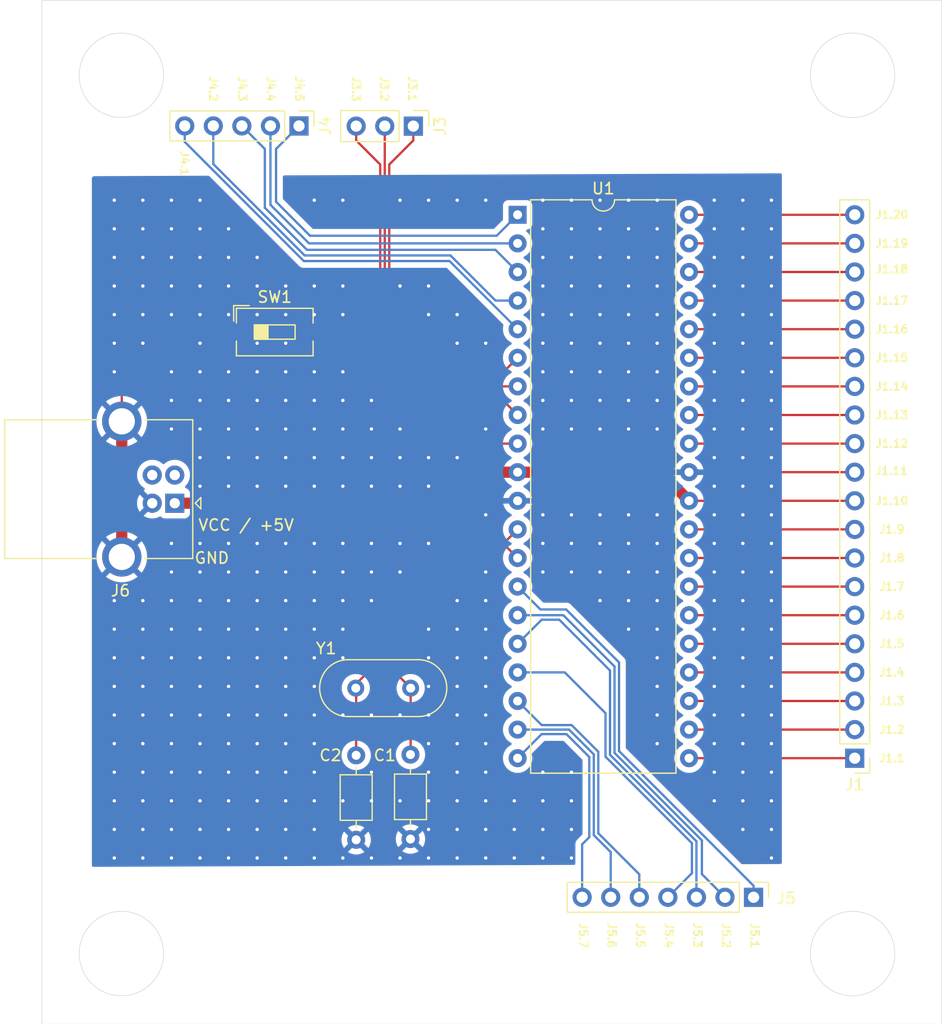
<source format=kicad_pcb>
(kicad_pcb (version 20241229) (generator "pcbnew") (generator_version "9.0")
  (layers (0 "F.Cu" signal) (2 "B.Cu" signal) (13 "F.Paste" user) (15 "B.Paste" user) (5 "F.SilkS" user "F.Silkscreen") (7 "B.SilkS" user "B.Silkscreen") (1 "F.Mask" user) (3 "B.Mask" user) (25 "Edge.Cuts" user))
  (net 0 "")
  (net 1 "Net-(J4-Pin_1)")
  (net 2 "Net-(J4-Pin_2)")
  (net 3 "Net-(J4-Pin_3)")
  (net 4 "Net-(J4-Pin_4)")
  (net 5 "Net-(J4-Pin_5)")
  (net 6 "+5V")
  (net 7 "GND")
  (net 8 "Net-(U1-XTAL2)")
  (net 9 "Net-(U1-XTAL1)")
  (net 10 "Net-(J5-Pin_1)")
  (net 11 "Net-(J5-Pin_2)")
  (net 12 "Net-(J5-Pin_3)")
  (net 13 "Net-(J5-Pin_4)")
  (net 14 "Net-(J5-Pin_5)")
  (net 15 "Net-(J5-Pin_6)")
  (net 16 "Net-(J5-Pin_7)")
  (net 17 "Net-(J1-Pin_9)")
  (net 18 "Net-(J1-Pin_8)")
  (net 19 "Net-(J1-Pin_7)")
  (net 20 "Net-(J1-Pin_6)")
  (net 21 "Net-(J1-Pin_5)")
  (net 22 "Net-(J1-Pin_4)")
  (net 23 "Net-(J1-Pin_3)")
  (net 24 "Net-(J1-Pin_2)")
  (net 25 "Net-(J1-Pin_1)")
  (net 26 "Net-(J1-Pin_12)")
  (net 27 "Net-(J1-Pin_13)")
  (net 28 "Net-(J1-Pin_14)")
  (net 29 "Net-(J1-Pin_15)")
  (net 30 "Net-(J1-Pin_16)")
  (net 31 "Net-(J1-Pin_17)")
  (net 32 "Net-(J1-Pin_18)")
  (net 33 "Net-(J1-Pin_19)")
  (net 34 "Net-(J1-Pin_20)")
  (net 37 "Net-(J3-Pin_1)")
  (net 38 "Net-(J3-Pin_2)")
  (net 39 "Net-(U1-~{RESET})")
  (net 40 "Net-(J3-Pin_3)")
  (footprint "Capacitor_THT:C_Axial_L3.8mm_D2.6mm_P7.50mm_Horizontal" (layer "F.Cu") (at 115.697 127.829 90)
    (property "Reference" "C1")
    (property "Value" "20p")
  )
  (footprint "Connector_USB:USB_B_OST_USB-B1HSxx_Horizontal" (layer "F.Cu") (at 94.742 98.004 180)
    (property "Reference" "J6")
    (property "Value" "USB_B")
  )
  (footprint "Connector_PinHeader_2.54mm:PinHeader_1x03_P2.54mm_Vertical" (layer "F.Cu") (at 115.951 64.516 -90)
    (property "Reference" "J3")
    (property "Value" "Conn_01x03")
  )
  (footprint "Connector_PinHeader_2.54mm:PinHeader_1x05_P2.54mm_Vertical" (layer "F.Cu") (at 105.79 64.5 -90)
    (property "Reference" "J4")
    (property "Value" "Conn_01x05")
  )
  (footprint "Crystal:Crystal_HC49-U_Vertical" (layer "F.Cu") (at 110.834 114.427)
    (property "Reference" "Y1")
    (property "Value" "16MHz")
  )
  (footprint "Connector_PinHeader_2.54mm:PinHeader_1x07_P2.54mm_Vertical" (layer "F.Cu") (at 146.2 133 -90)
    (property "Reference" "J5")
    (property "Value" "Conn_01x07" (hide yes))
  )
  (footprint "Button_Switch_SMD:SW_DIP_SPSTx01_Slide_6.7x4.1mm_W8.61mm_P2.54mm_LowProfile" (layer "F.Cu") (at 103.632 82.804)
    (property "Reference" "SW1")
    (property "Value" "SW_Push")
  )
  (footprint "Connector_PinHeader_2.54mm:PinHeader_1x20_P2.54mm_Vertical" (layer "F.Cu") (at 155.194 120.65 180)
    (property "Reference" "J1")
    (property "Value" "Conn_01x20")
  )
  (footprint "Capacitor_THT:C_Axial_L3.8mm_D2.6mm_P7.50mm_Horizontal" (layer "F.Cu") (at 110.871 127.896 90)
    (property "Reference" "C2")
    (property "Value" "20p")
  )
  (footprint "Package_DIP:DIP-40_W15.24mm" (layer "F.Cu") (at 125.222 72.39)
    (property "Reference" "U1")
    (property "Value" "ATmega32-16P")
  )
  (gr_circle (center 90 60) (end 93.750265 60) (stroke (width 0.05)) (fill no) (layer "Edge.Cuts"))
  (gr_circle (center 155 138) (end 158.750265 138) (stroke (width 0.05)) (fill no) (layer "Edge.Cuts"))
  (gr_rect (start 82.931 53.34) (end 162.941 144.272) (stroke (width 0.05)) (fill no) (layer "Edge.Cuts"))
  (gr_circle (center 155 60) (end 158.750265 60) (stroke (width 0.05)) (fill no) (layer "Edge.Cuts"))
  (gr_circle (center 90 138) (end 93.750265 138) (stroke (width 0.05)) (fill no) (layer "Edge.Cuts"))
  (gr_text "J1.2" (at 158.496 118.11 0) (layer "F.SilkS") (effects (font (size 0.7 0.7))))
  (gr_text "J3.1" (at 115.871 61.214 270) (layer "F.SilkS") (effects (font (size 0.7 0.7))))
  (gr_text "J1.3" (at 158.496 115.57 0) (layer "F.SilkS") (effects (font (size 0.7 0.7))))
  (gr_text "J1.8" (at 158.496 102.87 0) (layer "F.SilkS") (effects (font (size 0.7 0.7))))
  (gr_text "GND" (at 98.044 102.87 0) (layer "F.SilkS") (effects (font (size 1 1))))
  (gr_text "J5.7" (at 131.064 136.398 270) (layer "F.SilkS") (effects (font (size 0.7 0.7))))
  (gr_text "J1.19" (at 158.496 74.93 0) (layer "F.SilkS") (effects (font (size 0.7 0.7))))
  (gr_text "J1.14" (at 158.496 87.63 0) (layer "F.SilkS") (effects (font (size 0.7 0.7))))
  (gr_text "J3.2" (at 113.371 61.214 270) (layer "F.SilkS") (effects (font (size 0.7 0.7))))
  (gr_text "J5.5" (at 136.144 136.398 270) (layer "F.SilkS") (effects (font (size 0.7 0.7))))
  (gr_text "J1.16" (at 158.496 82.55 0) (layer "F.SilkS") (effects (font (size 0.7 0.7))))
  (gr_text "J1.15" (at 158.496 85.09 0) (layer "F.SilkS") (effects (font (size 0.7 0.7))))
  (gr_text "J1.13" (at 158.496 90.17 0) (layer "F.SilkS") (effects (font (size 0.7 0.7))))
  (gr_text "J5.2" (at 143.764 136.398 270) (layer "F.SilkS") (effects (font (size 0.7 0.7))))
  (gr_text "J5.4" (at 138.684 136.398 270) (layer "F.SilkS") (effects (font (size 0.7 0.7))))
  (gr_text "J1.20" (at 158.496 72.39 0) (layer "F.SilkS") (effects (font (size 0.7 0.7))))
  (gr_text "J4.1" (at 95.631 67.818 270) (layer "F.SilkS") (effects (font (size 0.7 0.7))))
  (gr_text "J5.1" (at 146.304 136.398 270) (layer "F.SilkS") (effects (font (size 0.7 0.7))))
  (gr_text "J1.1" (at 158.496 120.65 0) (layer "F.SilkS") (effects (font (size 0.7 0.7))))
  (gr_text "J1.17" (at 158.496 80.01 0) (layer "F.SilkS") (effects (font (size 0.7 0.7))))
  (gr_text "J1.5" (at 158.496 110.49 0) (layer "F.SilkS") (effects (font (size 0.7 0.7))))
  (gr_text "J1.12" (at 158.496 92.71 0) (layer "F.SilkS") (effects (font (size 0.7 0.7))))
  (gr_text "J1.11" (at 158.462582 95.131629 0) (layer "F.SilkS") (effects (font (size 0.7 0.7))))
  (gr_text "J4.4" (at 103.291 61.214 270) (layer "F.SilkS") (effects (font (size 0.7 0.7))))
  (gr_text "J4.5" (at 105.831 61.214 270) (layer "F.SilkS") (effects (font (size 0.7 0.7))))
  (gr_text "J1.18" (at 158.496 77.216 0) (layer "F.SilkS") (effects (font (size 0.7 0.7))))
  (gr_text "J1.6" (at 158.496 107.95 0) (layer "F.SilkS") (effects (font (size 0.7 0.7))))
  (gr_text "J3.3" (at 110.871 61.214 270) (layer "F.SilkS") (effects (font (size 0.7 0.7))))
  (gr_text "J5.3" (at 141.224 136.398 270) (layer "F.SilkS") (effects (font (size 0.7 0.7))))
  (gr_text "J1.10" (at 158.496 97.79 0) (layer "F.SilkS") (effects (font (size 0.7 0.7))))
  (gr_text "VCC / +5V" (at 101.092 99.949 0) (layer "F.SilkS") (effects (font (size 1 1))))
  (gr_text "J1.7" (at 158.496 105.41 0) (layer "F.SilkS") (effects (font (size 0.7 0.7))))
  (gr_text "J1.4" (at 158.496 113.03 0) (layer "F.SilkS") (effects (font (size 0.7 0.7))))
  (gr_text "J4.2" (at 98.171 61.214 270) (layer "F.SilkS") (effects (font (size 0.7 0.7))))
  (gr_text "J1.9" (at 158.496 100.33 0) (layer "F.SilkS") (effects (font (size 0.7 0.7))))
  (gr_text "J4.3" (at 100.751 61.214 270) (layer "F.SilkS") (effects (font (size 0.7 0.7))))
  (gr_text "J5.6" (at 133.604 136.398 270) (layer "F.SilkS") (effects (font (size 0.7 0.7))))
  (segment (start 123.362 74.25) (end 125.222 72.39) (width 0.2) (layer "B.Cu") (net 1))
  (segment (start 105.79 64.5) (end 103.75 66.54) (width 0.2) (layer "B.Cu") (net 1))
  (segment (start 103.75 66.54) (end 103.75 71.238) (width 0.2) (layer "B.Cu") (net 1))
  (segment (start 103.75 71.238) (end 106.762 74.25) (width 0.2) (layer "B.Cu") (net 1))
  (segment (start 106.762 74.25) (end 123.362 74.25) (width 0.2) (layer "B.Cu") (net 1))
  (segment (start 106.68 74.93) (end 125.222 74.93) (width 0.2) (layer "B.Cu") (net 2))
  (segment (start 103.25 64.5) (end 103.25 71.5) (width 0.2) (layer "B.Cu") (net 2))
  (segment (start 103.25 71.5) (end 106.68 74.93) (width 0.2) (layer "B.Cu") (net 2))
  (segment (start 123.252 75.5) (end 125.222 77.47) (width 0.2) (layer "B.Cu") (net 3))
  (segment (start 102.75 66.54) (end 102.75 71.762) (width 0.2) (layer "B.Cu") (net 3))
  (segment (start 100.71 64.5) (end 102.75 66.54) (width 0.2) (layer "B.Cu") (net 3))
  (segment (start 106.488 75.5) (end 123.252 75.5) (width 0.2) (layer "B.Cu") (net 3))
  (segment (start 102.75 71.762) (end 106.488 75.5) (width 0.2) (layer "B.Cu") (net 3))
  (segment (start 123.26 80.01) (end 125.222 80.01) (width 0.2) (layer "B.Cu") (net 4))
  (segment (start 119.25 76) (end 123.26 80.01) (width 0.2) (layer "B.Cu") (net 4))
  (segment (start 98.17 64.5) (end 98.17 67.8849) (width 0.2) (layer "B.Cu") (net 4))
  (segment (start 98.17 67.8849) (end 106.2851 76) (width 0.2) (layer "B.Cu") (net 4))
  (segment (start 106.2851 76) (end 119.25 76) (width 0.2) (layer "B.Cu") (net 4))
  (segment (start 106.218 76.5) (end 119.172 76.5) (width 0.2) (layer "B.Cu") (net 5))
  (segment (start 95.63 64.5) (end 95.63 65.912) (width 0.2) (layer "B.Cu") (net 5))
  (segment (start 95.63 65.912) (end 106.218 76.5) (width 0.2) (layer "B.Cu") (net 5))
  (segment (start 119.172 76.5) (end 125.222 82.55) (width 0.2) (layer "B.Cu") (net 5))
  (segment (start 120.436 98.004) (end 123.19 95.25) (width 1) (layer "F.Cu") (net 6))
  (segment (start 125.222 95.25) (end 137.922 95.25) (width 1) (layer "F.Cu") (net 6))
  (segment (start 123.19 95.25) (end 125.222 95.25) (width 1) (layer "F.Cu") (net 6))
  (segment (start 94.742 98.004) (end 120.436 98.004) (width 1) (layer "F.Cu") (net 6))
  (segment (start 137.922 95.25) (end 140.462 97.79) (width 1) (layer "F.Cu") (net 6))
  (segment (start 140.462 97.79) (end 155.194 97.79) (width 0.2) (layer "F.Cu") (net 6))
  (segment (start 95.11323 82.804) (end 90.032 87.88523) (width 0.2) (layer "F.Cu") (net 7))
  (segment (start 140.462 95.25) (end 155.194 95.25) (width 0.2) (layer "F.Cu") (net 7))
  (segment (start 90.032 87.88523) (end 90.032 90.734) (width 0.2) (layer "F.Cu") (net 7))
  (segment (start 99.327 82.804) (end 95.11323 82.804) (width 0.2) (layer "F.Cu") (net 7))
  (segment (start 90.032 90.734) (end 90.032 102.774) (width 1) (layer "F.Cu") (net 7))
  (via (at 102.067 121.895) (size 0.6) (drill 0.3) (layers "F.Cu" "B.Cu") (net 7))
  (via (at 147.787 121.895) (size 0.6) (drill 0.3) (layers "F.Cu" "B.Cu") (net 7))
  (via (at 142.707 73.635) (size 0.6) (drill 0.3) (layers "F.Cu" "B.Cu") (net 7))
  (via (at 127.467 88.875) (size 0.6) (drill 0.3) (layers "F.Cu" "B.Cu") (net 7))
  (via (at 102.067 104.115) (size 0.6) (drill 0.3) (layers "F.Cu" "B.Cu") (net 7))
  (via (at 102.067 109.195) (size 0.6) (drill 0.3) (layers "F.Cu" "B.Cu") (net 7))
  (via (at 114.767 71.095) (size 0.6) (drill 0.3) (layers "F.Cu" "B.Cu") (net 7))
  (via (at 94.447 78.715) (size 0.6) (drill 0.3) (layers "F.Cu" "B.Cu") (net 7))
  (via (at 89.367 129.515) (size 0.6) (drill 0.3) (layers "F.Cu" "B.Cu") (net 7))
  (via (at 99.527 114.275) (size 0.6) (drill 0.3) (layers "F.Cu" "B.Cu") (net 7))
  (via (at 109.687 124.435) (size 0.6) (drill 0.3) (layers "F.Cu" "B.Cu") (net 7))
  (via (at 147.787 114.275) (size 0.6) (drill 0.3) (layers "F.Cu" "B.Cu") (net 7))
  (via (at 145.247 73.635) (size 0.6) (drill 0.3) (layers "F.Cu" "B.Cu") (net 7))
  (via (at 114.767 93.955) (size 0.6) (drill 0.3) (layers "F.Cu" "B.Cu") (net 7))
  (via (at 145.247 76.175) (size 0.6) (drill 0.3) (layers "F.Cu" "B.Cu") (net 7))
  (via (at 109.687 101.575) (size 0.6) (drill 0.3) (layers "F.Cu" "B.Cu") (net 7))
  (via (at 145.247 121.895) (size 0.6) (drill 0.3) (layers "F.Cu" "B.Cu") (net 7))
  (via (at 137.627 88.875) (size 0.6) (drill 0.3) (layers "F.Cu" "B.Cu") (net 7))
  (via (at 147.787 129.515) (size 0.6) (drill 0.3) (layers "F.Cu" "B.Cu") (net 7))
  (via (at 99.527 111.735) (size 0.6) (drill 0.3) (layers "F.Cu" "B.Cu") (net 7))
  (via (at 99.527 106.655) (size 0.6) (drill 0.3) (layers "F.Cu" "B.Cu") (net 7))
  (via (at 89.367 86.335) (size 0.6) (drill 0.3) (layers "F.Cu" "B.Cu") (net 7))
  (via (at 137.627 71.095) (size 0.6) (drill 0.3) (layers "F.Cu" "B.Cu") (net 7))
  (via (at 107.147 119.355) (size 0.6) (drill 0.3) (layers "F.Cu" "B.Cu") (net 7))
  (via (at 130.007 91.415) (size 0.6) (drill 0.3) (layers "F.Cu" "B.Cu") (net 7))
  (via (at 91.907 83.795) (size 0.6) (drill 0.3) (layers "F.Cu" "B.Cu") (net 7))
  (via (at 99.527 78.715) (size 0.6) (drill 0.3) (layers "F.Cu" "B.Cu") (net 7))
  (via (at 109.687 116.815) (size 0.6) (drill 0.3) (layers "F.Cu" "B.Cu") (net 7))
  (via (at 96.987 106.655) (size 0.6) (drill 0.3) (layers "F.Cu" "B.Cu") (net 7))
  (via (at 107.147 116.815) (size 0.6) (drill 0.3) (layers "F.Cu" "B.Cu") (net 7))
  (via (at 127.467 101.575) (size 0.6) (drill 0.3) (layers "F.Cu" "B.Cu") (net 7))
  (via (at 107.147 71.095) (size 0.6) (drill 0.3) (layers "F.Cu" "B.Cu") (net 7))
  (via (at 102.067 78.715) (size 0.6) (drill 0.3) (layers "F.Cu" "B.Cu") (net 7))
  (via (at 147.787 81.255) (size 0.6) (drill 0.3) (layers "F.Cu" "B.Cu") (net 7))
  (via (at 132.547 99.035) (size 0.6) (drill 0.3) (layers "F.Cu" "B.Cu") (net 7))
  (via (at 137.627 106.655) (size 0.6) (drill 0.3) (layers "F.Cu" "B.Cu") (net 7))
  (via (at 94.447 86.335) (size 0.6) (drill 0.3) (layers "F.Cu" "B.Cu") (net 7))
  (via (at 91.907 71.095) (size 0.6) (drill 0.3) (layers "F.Cu" "B.Cu") (net 7))
  (via (at 135.087 86.335) (size 0.6) (drill 0.3) (layers "F.Cu" "B.Cu") (net 7))
  (via (at 104.607 129.515) (size 0.6) (drill 0.3) (layers "F.Cu" "B.Cu") (net 7))
  (via (at 147.787 71.095) (size 0.6) (drill 0.3) (layers "F.Cu" "B.Cu") (net 7))
  (via (at 112.227 96.495) (size 0.6) (drill 0.3) (layers "F.Cu" "B.Cu") (net 7))
  (via (at 99.527 73.635) (size 0.6) (drill 0.3) (layers "F.Cu" "B.Cu") (net 7))
  (via (at 137.627 81.255) (size 0.6) (drill 0.3) (layers "F.Cu" "B.Cu") (net 7))
  (via (at 89.367 73.635) (size 0.6) (drill 0.3) (layers "F.Cu" "B.Cu") (net 7))
  (via (at 127.467 91.415) (size 0.6) (drill 0.3) (layers "F.Cu" "B.Cu") (net 7))
  (via (at 91.907 126.975) (size 0.6) (drill 0.3) (layers "F.Cu" "B.Cu") (net 7))
  (via (at 109.687 111.735) (size 0.6) (drill 0.3) (layers "F.Cu" "B.Cu") (net 7))
  (via (at 145.247 91.415) (size 0.6) (drill 0.3) (layers "F.Cu" "B.Cu") (net 7))
  (via (at 91.907 111.735) (size 0.6) (drill 0.3) (layers "F.Cu" "B.Cu") (net 7))
  (via (at 96.987 86.335) (size 0.6) (drill 0.3) (layers "F.Cu" "B.Cu") (net 7))
  (via (at 99.527 76.175) (size 0.6) (drill 0.3) (layers "F.Cu" "B.Cu") (net 7))
  (via (at 127.467 81.255) (size 0.6) (drill 0.3) (layers "F.Cu" "B.Cu") (net 7))
  (via (at 130.007 126.975) (size 0.6) (drill 0.3) (layers "F.Cu" "B.Cu") (net 7))
  (via (at 96.987 81.255) (size 0.6) (drill 0.3) (layers "F.Cu" "B.Cu") (net 7))
  (via (at 99.527 126.975) (size 0.6) (drill 0.3) (layers "F.Cu" "B.Cu") (net 7))
  (via (at 94.447 116.815) (size 0.6) (drill 0.3) (layers "F.Cu" "B.Cu") (net 7))
  (via (at 102.067 96.495) (size 0.6) (drill 0.3) (layers "F.Cu" "B.Cu") (net 7))
  (via (at 135.087 83.795) (size 0.6) (drill 0.3) (layers "F.Cu" "B.Cu") (net 7))
  (via (at 132.547 76.175) (size 0.6) (drill 0.3) (layers "F.Cu" "B.Cu") (net 7))
  (via (at 147.787 88.875) (size 0.6) (drill 0.3) (layers "F.Cu" "B.Cu") (net 7))
  (via (at 96.987 71.095) (size 0.6) (drill 0.3) (layers "F.Cu" "B.Cu") (net 7))
  (via (at 135.087 73.635) (size 0.6) (drill 0.3) (layers "F.Cu" "B.Cu") (net 7))
  (via (at 94.447 119.355) (size 0.6) (drill 0.3) (layers "F.Cu" "B.Cu") (net 7))
  (via (at 145.247 78.715) (size 0.6) (drill 0.3) (layers "F.Cu" "B.Cu") (net 7))
  (via (at 142.707 83.795) (size 0.6) (drill 0.3) (layers "F.Cu" "B.Cu") (net 7))
  (via (at 122.387 124.435) (size 0.6) (drill 0.3) (layers "F.Cu" "B.Cu") (net 7))
  (via (at 142.707 101.575) (size 0.6) (drill 0.3) (layers "F.Cu" "B.Cu") (net 7))
  (via (at 137.627 104.115) (size 0.6) (drill 0.3) (layers "F.Cu" "B.Cu") (net 7))
  (via (at 112.227 104.115) (size 0.6) (drill 0.3) (layers "F.Cu" "B.Cu") (net 7))
  (via (at 102.067 119.355) (size 0.6) (drill 0.3) (layers "F.Cu" "B.Cu") (net 7))
  (via (at 89.367 124.435) (size 0.6) (drill 0.3) (layers "F.Cu" "B.Cu") (net 7))
  (via (at 109.687 88.875) (size 0.6) (drill 0.3) (layers "F.Cu" "B.Cu") (net 7))
  (via (at 119.847 71.095) (size 0.6) (drill 0.3) (layers "F.Cu" "B.Cu") (net 7))
  (via (at 135.087 78.715) (size 0.6) (drill 0.3) (layers "F.Cu" "B.Cu") (net 7))
  (via (at 96.987 104.115) (size 0.6) (drill 0.3) (layers "F.Cu" "B.Cu") (net 7))
  (via (at 130.007 104.115) (size 0.6) (drill 0.3) (layers "F.Cu" "B.Cu") (net 7))
  (via (at 114.767 78.715) (size 0.6) (drill 0.3) (layers "F.Cu" "B.Cu") (net 7))
  (via (at 135.087 81.255) (size 0.6) (drill 0.3) (layers "F.Cu" "B.Cu") (net 7))
  (via (at 117.307 116.815) (size 0.6) (drill 0.3) (layers "F.Cu" "B.Cu") (net 7))
  (via (at 130.007 76.175) (size 0.6) (drill 0.3) (layers "F.Cu" "B.Cu") (net 7))
  (via (at 122.387 109.195) (size 0.6) (drill 0.3) (layers "F.Cu" "B.Cu") (net 7))
  (via (at 96.987 121.895) (size 0.6) (drill 0.3) (layers "F.Cu" "B.Cu") (net 7))
  (via (at 112.227 93.955) (size 0.6) (drill 0.3) (layers "F.Cu" "B.Cu") (net 7))
  (via (at 117.307 93.955) (size 0.6) (drill 0.3) (layers "F.Cu" "B.Cu") (net 7))
  (via (at 117.307 78.715) (size 0.6) (drill 0.3) (layers "F.Cu" "B.Cu") (net 7))
  (via (at 104.607 86.335) (size 0.6) (drill 0.3) (layers "F.Cu" "B.Cu") (net 7))
  (via (at 96.987 116.815) (size 0.6) (drill 0.3) (layers "F.Cu" "B.Cu") (net 7))
  (via (at 96.987 129.515) (size 0.6) (drill 0.3) (layers "F.Cu" "B.Cu") (net 7))
  (via (at 137.627 114.275) (size 0.6) (drill 0.3) (layers "F.Cu" "B.Cu") (net 7))
  (via (at 132.547 73.635) (size 0.6) (drill 0.3) (layers "F.Cu" "B.Cu") (net 7))
  (via (at 147.787 116.815) (size 0.6) (drill 0.3) (layers "F.Cu" "B.Cu") (net 7))
  (via (at 117.307 71.095) (size 0.6) (drill 0.3) (layers "F.Cu" "B.Cu") (net 7))
  (via (at 102.067 124.435) (size 0.6) (drill 0.3) (layers "F.Cu" "B.Cu") (net 7))
  (via (at 130.007 129.515) (size 0.6) (drill 0.3) (layers "F.Cu" "B.Cu") (net 7))
  (via (at 102.067 116.815) (size 0.6) (drill 0.3) (layers "F.Cu" "B.Cu") (net 7))
  (via (at 147.787 83.795) (size 0.6) (drill 0.3) (layers "F.Cu" "B.Cu") (net 7))
  (via (at 89.367 106.655) (size 0.6) (drill 0.3) (layers "F.Cu" "B.Cu") (net 7))
  (via (at 112.227 91.415) (size 0.6) (drill 0.3) (layers "F.Cu" "B.Cu") (net 7))
  (via (at 89.367 109.195) (size 0.6) (drill 0.3) (layers "F.Cu" "B.Cu") (net 7))
  (via (at 130.007 73.635) (size 0.6) (drill 0.3) (layers "F.Cu" "B.Cu") (net 7))
  (via (at 117.307 96.495) (size 0.6) (drill 0.3) (layers "F.Cu" "B.Cu") (net 7))
  (via (at 104.607 124.435) (size 0.6) (drill 0.3) (layers "F.Cu" "B.Cu") (net 7))
  (via (at 102.067 101.575) (size 0.6) (drill 0.3) (layers "F.Cu" "B.Cu") (net 7))
  (via (at 130.007 124.435) (size 0.6) (drill 0.3) (layers "F.Cu" "B.Cu") (net 7))
  (via (at 119.847 111.735) (size 0.6) (drill 0.3) (layers "F.Cu" "B.Cu") (net 7))
  (via (at 96.987 96.495) (size 0.6) (drill 0.3) (layers "F.Cu" "B.Cu") (net 7))
  (via (at 102.067 83.795) (size 0.6) (drill 0.3) (layers "F.Cu" "B.Cu") (net 7))
  (via (at 127.467 83.795) (size 0.6) (drill 0.3) (layers "F.Cu" "B.Cu") (net 7))
  (via (at 89.367 126.975) (size 0.6) (drill 0.3) (layers "F.Cu" "B.Cu") (net 7))
  (via (at 142.707 71.095) (size 0.6) (drill 0.3) (layers "F.Cu" "B.Cu") (net 7))
  (via (at 137.627 86.335) (size 0.6) (drill 0.3) (layers "F.Cu" "B.Cu") (net 7))
  (via (at 142.707 86.335) (size 0.6) (drill 0.3) (layers "F.Cu" "B.Cu") (net 7))
  (via (at 127.467 71.095) (size 0.6) (drill 0.3) (layers "F.Cu" "B.Cu") (net 7))
  (via (at 142.707 93.955) (size 0.6) (drill 0.3) (layers "F.Cu" "B.Cu") (net 7))
  (via (at 147.787 111.735) (size 0.6) (drill 0.3) (layers "F.Cu" "B.Cu") (net 7))
  (via (at 91.907 124.435) (size 0.6) (drill 0.3) (layers "F.Cu" "B.Cu") (net 7))
  (via (at 104.607 116.815) (size 0.6) (drill 0.3) (layers "F.Cu" "B.Cu") (net 7))
  (via (at 94.447 76.175) (size 0.6) (drill 0.3) (layers "F.Cu" "B.Cu") (net 7))
  (via (at 142.707 109.195) (size 0.6) (drill 0.3) (layers "F.Cu" "B.Cu") (net 7))
  (via (at 107.147 114.275) (size 0.6) (drill 0.3) (layers "F.Cu" "B.Cu") (net 7))
  (via (at 114.767 124.435) (size 0.6) (drill 0.3) (layers "F.Cu" "B.Cu") (net 7))
  (via (at 145.247 83.795) (size 0.6) (drill 0.3) (layers "F.Cu" "B.Cu") (net 7))
  (via (at 89.367 76.175) (size 0.6) (drill 0.3) (layers "F.Cu" "B.Cu") (net 7))
  (via (at 107.147 86.335) (size 0.6) (drill 0.3) (layers "F.Cu" "B.Cu") (net 7))
  (via (at 132.547 81.255) (size 0.6) (drill 0.3) (layers "F.Cu" "B.Cu") (net 7))
  (via (at 124.927 129.515) (size 0.6) (drill 0.3) (layers "F.Cu" "B.Cu") (net 7))
  (via (at 147.787 101.575) (size 0.6) (drill 0.3) (layers "F.Cu" "B.Cu") (net 7))
  (via (at 94.447 71.095) (size 0.6) (drill 0.3) (layers "F.Cu" "B.Cu") (net 7))
  (via (at 145.247 81.255) (size 0.6) (drill 0.3) (layers "F.Cu" "B.Cu") (net 7))
  (via (at 91.907 106.655) (size 0.6) (drill 0.3) (layers "F.Cu" "B.Cu") (net 7))
  (via (at 119.847 129.515) (size 0.6) (drill 0.3) (layers "F.Cu" "B.Cu") (net 7))
  (via (at 112.227 124.435) (size 0.6) (drill 0.3) (layers "F.Cu" "B.Cu") (net 7))
  (via (at 102.067 126.975) (size 0.6) (drill 0.3) (layers "F.Cu" "B.Cu") (net 7))
  (via (at 142.707 124.435) (size 0.6) (drill 0.3) (layers "F.Cu" "B.Cu") (net 7))
  (via (at 99.527 86.335) (size 0.6) (drill 0.3) (layers "F.Cu" "B.Cu") (net 7))
  (via (at 122.387 126.975) (size 0.6) (drill 0.3) (layers "F.Cu" "B.Cu") (net 7))
  (via (at 99.527 124.435) (size 0.6) (drill 0.3) (layers "F.Cu" "B.Cu") (net 7))
  (via (at 130.007 121.895) (size 0.6) (drill 0.3) (layers "F.Cu" "B.Cu") (net 7))
  (via (at 96.987 91.415) (size 0.6) (drill 0.3) (layers "F.Cu" "B.Cu") (net 7))
  (via (at 147.787 109.195) (size 0.6) (drill 0.3) (layers "F.Cu" "B.Cu") (net 7))
  (via (at 145.247 119.355) (size 0.6) (drill 0.3) (layers "F.Cu" "B.Cu") (net 7))
  (via (at 94.447 106.655) (size 0.6) (drill 0.3) (layers "F.Cu" "B.Cu") (net 7))
  (via (at 96.987 83.795) (size 0.6) (drill 0.3) (layers "F.Cu" "B.Cu") (net 7))
  (via (at 94.447 111.735) (size 0.6) (drill 0.3) (layers "F.Cu" "B.Cu") (net 7))
  (via (at 132.547 88.875) (size 0.6) (drill 0.3) (layers "F.Cu" "B.Cu") (net 7))
  (via (at 117.307 109.195) (size 0.6) (drill 0.3) (layers "F.Cu" "B.Cu") (net 7))
  (via (at 99.527 96.495) (size 0.6) (drill 0.3) (layers "F.Cu" "B.Cu") (net 7))
  (via (at 91.907 119.355) (size 0.6) (drill 0.3) (layers "F.Cu" "B.Cu") (net 7))
  (via (at 147.787 119.355) (size 0.6) (drill 0.3) (layers "F.Cu" "B.Cu") (net 7))
  (via (at 135.087 109.195) (size 0.6) (drill 0.3) (layers "F.Cu" "B.Cu") (net 7))
  (via (at 96.987 126.975) (size 0.6) (drill 0.3) (layers "F.Cu" "B.Cu") (net 7))
  (via (at 147.787 91.415) (size 0.6) (drill 0.3) (layers "F.Cu" "B.Cu") (net 7))
  (via (at 114.767 96.495) (size 0.6) (drill 0.3) (layers "F.Cu" "B.Cu") (net 7))
  (via (at 109.687 129.515) (size 0.6) (drill 0.3) (layers "F.Cu" "B.Cu") (net 7))
  (via (at 137.627 111.735) (size 0.6) (drill 0.3) (layers "F.Cu" "B.Cu") (net 7))
  (via (at 104.607 111.735) (size 0.6) (drill 0.3) (layers "F.Cu" "B.Cu") (net 7))
  (via (at 102.067 114.275) (size 0.6) (drill 0.3) (layers "F.Cu" "B.Cu") (net 7))
  (via (at 102.067 91.415) (size 0.6) (drill 0.3) (layers "F.Cu" "B.Cu") (net 7))
  (via (at 130.007 86.335) (size 0.6) (drill 0.3) (layers "F.Cu" "B.Cu") (net 7))
  (via (at 99.527 129.515) (size 0.6) (drill 0.3) (layers "F.Cu" "B.Cu") (net 7))
  (via (at 142.707 96.495) (size 0.6) (drill 0.3) (layers "F.Cu" "B.Cu") (net 7))
  (via (at 96.987 101.575) (size 0.6) (drill 0.3) (layers "F.Cu" "B.Cu") (net 7))
  (via (at 119.847 121.895) (size 0.6) (drill 0.3) (layers "F.Cu" "B.Cu") (net 7))
  (via (at 96.987 114.275) (size 0.6) (drill 0.3) (layers "F.Cu" "B.Cu") (net 7))
  (via (at 142.707 91.415) (size 0.6) (drill 0.3) (layers "F.Cu" "B.Cu") (net 7))
  (via (at 102.067 111.735) (size 0.6) (drill 0.3) (layers "F.Cu" "B.Cu") (net 7))
  (via (at 130.007 81.255) (size 0.6) (drill 0.3) (layers "F.Cu" "B.Cu") (net 7))
  (via (at 104.607 93.955) (size 0.6) (drill 0.3) (layers "F.Cu" "B.Cu") (net 7))
  (via (at 130.007 71.095) (size 0.6) (drill 0.3) (layers "F.Cu" "B.Cu") (net 7))
  (via (at 89.367 116.815) (size 0.6) (drill 0.3) (layers "F.Cu" "B.Cu") (net 7))
  (via (at 112.227 121.895) (size 0.6) (drill 0.3) (layers "F.Cu" "B.Cu") (net 7))
  (via (at 135.087 88.875) (size 0.6) (drill 0.3) (layers "F.Cu" "B.Cu") (net 7))
  (via (at 107.147 78.715) (size 0.6) (drill 0.3) (layers "F.Cu" "B.Cu") (net 7))
  (via (at 89.367 119.355) (size 0.6) (drill 0.3) (layers "F.Cu" "B.Cu") (net 7))
  (via (at 94.447 91.415) (size 0.6) (drill 0.3) (layers "F.Cu" "B.Cu") (net 7))
  (via (at 137.627 73.635) (size 0.6) (drill 0.3) (layers "F.Cu" "B.Cu") (net 7))
  (via (at 104.607 101.575) (size 0.6) (drill 0.3) (layers "F.Cu" "B.Cu") (net 7))
  (via (at 117.307 114.275) (size 0.6) (drill 0.3) (layers "F.Cu" "B.Cu") (net 7))
  (via (at 104.607 121.895) (size 0.6) (drill 0.3) (layers "F.Cu" "B.Cu") (net 7))
  (via (at 96.987 73.635) (size 0.6) (drill 0.3) (layers "F.Cu" "B.Cu") (net 7))
  (via (at 96.987 78.715) (size 0.6) (drill 0.3) (layers "F.Cu" "B.Cu") (net 7))
  (via (at 114.767 91.415) (size 0.6) (drill 0.3) (layers "F.Cu" "B.Cu") (net 7))
  (via (at 112.227 101.575) (size 0.6) (drill 0.3) (layers "F.Cu" "B.Cu") (net 7))
  (via (at 107.147 111.735) (size 0.6) (drill 0.3) (layers "F.Cu" "B.Cu") (net 7))
  (via (at 130.007 78.715) (size 0.6) (drill 0.3) (layers "F.Cu" "B.Cu") (net 7))
  (via (at 104.607 83.795) (size 0.6) (drill 0.3) (layers "F.Cu" "B.Cu") (net 7))
  (via (at 119.847 126.975) (size 0.6) (drill 0.3) (layers "F.Cu" "B.Cu") (net 7))
  (via (at 99.527 104.115) (size 0.6) (drill 0.3) (layers "F.Cu" "B.Cu") (net 7))
  (via (at 135.087 106.655) (size 0.6) (drill 0.3) (layers "F.Cu" "B.Cu") (net 7))
  (via (at 119.847 93.955) (size 0.6) (drill 0.3) (layers "F.Cu" "B.Cu") (net 7))
  (via (at 147.787 86.335) (size 0.6) (drill 0.3) (layers "F.Cu" "B.Cu") (net 7))
  (via (at 112.227 116.815) (size 0.6) (drill 0.3) (layers "F.Cu" "B.Cu") (net 7))
  (via (at 117.307 129.515) (size 0.6) (drill 0.3) (layers "F.Cu" "B.Cu") (net 7))
  (via (at 135.087 99.035) (size 0.6) (drill 0.3) (layers "F.Cu" "B.Cu") (net 7))
  (via (at 99.527 119.355) (size 0.6) (drill 0.3) (layers "F.Cu" "B.Cu") (net 7))
  (via (at 132.547 71.095) (size 0.6) (drill 0.3) (layers "F.Cu" "B.Cu") (net 7))
  (via (at 94.447 104.115) (size 0.6) (drill 0.3) (layers "F.Cu" "B.Cu") (net 7))
  (via (at 94.447 126.975) (size 0.6) (drill 0.3) (layers "F.Cu" "B.Cu") (net 7))
  (via (at 96.987 88.875) (size 0.6) (drill 0.3) (layers "F.Cu" "B.Cu") (net 7))
  (via (at 109.687 93.955) (size 0.6) (drill 0.3) (layers "F.Cu" "B.Cu") (net 7))
  (via (at 94.447 88.875) (size 0.6) (drill 0.3) (layers "F.Cu" "B.Cu") (net 7))
  (via (at 130.007 88.875) (size 0.6) (drill 0.3) (layers "F.Cu" "B.Cu") (net 7))
  (via (at 122.387 116.815) (size 0.6) (drill 0.3) (layers "F.Cu" "B.Cu") (net 7))
  (via (at 130.007 101.575) (size 0.6) (drill 0.3) (layers "F.Cu" "B.Cu") (net 7))
  (via (at 145.247 106.655) (size 0.6) (drill 0.3) (layers "F.Cu" "B.Cu") (net 7))
  (via (at 89.367 111.735) (size 0.6) (drill 0.3) (layers "F.Cu" "B.Cu") (net 7))
  (via (at 119.847 106.655) (size 0.6) (drill 0.3) (layers "F.Cu" "B.Cu") (net 7))
  (via (at 89.367 83.795) (size 0.6) (drill 0.3) (layers "F.Cu" "B.Cu") (net 7))
  (via (at 109.687 109.195) (size 0.6) (drill 0.3) (layers "F.Cu" "B.Cu") (net 7))
  (via (at 147.787 78.715) (size 0.6) (drill 0.3) (layers "F.Cu" "B.Cu") (net 7))
  (via (at 107.147 96.495) (size 0.6) (drill 0.3) (layers "F.Cu" "B.Cu") (net 7))
  (via (at 145.247 96.495) (size 0.6) (drill 0.3) (layers "F.Cu" "B.Cu") (net 7))
  (via (at 127.467 104.115) (size 0.6) (drill 0.3) (layers "F.Cu" "B.Cu") (net 7))
  (via (at 109.687 81.255) (size 0.6) (drill 0.3) (layers "F.Cu" "B.Cu") (net 7))
  (via (at 145.247 101.575) (size 0.6) (drill 0.3) (layers "F.Cu" "B.Cu") (net 7))
  (via (at 135.087 104.115) (size 0.6) (drill 0.3) (layers "F.Cu" "B.Cu") (net 7))
  (via (at 137.627 83.795) (size 0.6) (drill 0.3) (layers "F.Cu" "B.Cu") (net 7))
  (via (at 142.707 78.715) (size 0.6) (drill 0.3) (layers "F.Cu" "B.Cu") (net 7))
  (via (at 94.447 124.435) (size 0.6) (drill 0.3) (layers "F.Cu" "B.Cu") (net 7))
  (via (at 89.367 78.715) (size 0.6) (drill 0.3) (layers "F.Cu" "B.Cu") (net 7))
  (via (at 145.247 71.095) (size 0.6) (drill 0.3) (layers "F.Cu" "B.Cu") (net 7))
  (via (at 145.247 111.735) (size 0.6) (drill 0.3) (layers "F.Cu" "B.Cu") (net 7))
  (via (at 119.847 116.815) (size 0.6) (drill 0.3) (layers "F.Cu" "B.Cu") (net 7))
  (via (at 137.627 101.575) (size 0.6) (drill 0.3) (layers "F.Cu" "B.Cu") (net 7))
  (via (at 122.387 114.275) (size 0.6) (drill 0.3) (layers "F.Cu" "B.Cu") (net 7))
  (via (at 104.607 91.415) (size 0.6) (drill 0.3) (layers "F.Cu" "B.Cu") (net 7))
  (via (at 107.147 124.435) (size 0.6) (drill 0.3) (layers "F.Cu" "B.Cu") (net 7))
  (via (at 127.467 78.715) (size 0.6) (drill 0.3) (layers "F.Cu" "B.Cu") (net 7))
  (via (at 109.687 91.415) (size 0.6) (drill 0.3) (layers "F.Cu" "B.Cu") (net 7))
  (via (at 104.607 88.875) (size 0.6) (drill 0.3) (layers "F.Cu" "B.Cu") (net 7))
  (via (at 142.707 104.115) (size 0.6) (drill 0.3) (layers "F.Cu" "B.Cu") (net 7))
  (via (at 145.247 126.975) (size 0.6) (drill 0.3) (layers "F.Cu" "B.Cu") (net 7))
  (via (at 119.847 114.275) (size 0.6) (drill 0.3) (layers "F.Cu" "B.Cu") (net 7))
  (via (at 109.687 106.655) (size 0.6) (drill 0.3) (layers "F.Cu" "B.Cu") (net 7))
  (via (at 132.547 101.575) (size 0.6) (drill 0.3) (layers "F.Cu" "B.Cu") (net 7))
  (via (at 127.467 76.175) (size 0.6) (drill 0.3) (layers "F.Cu" "B.Cu") (net 7))
  (via (at 107.147 106.655) (size 0.6) (drill 0.3) (layers "F.Cu" "B.Cu") (net 7))
  (via (at 117.307 111.735) (size 0.6) (drill 0.3) (layers "F.Cu" "B.Cu") (net 7))
  (via (at 94.447 101.575) (size 0.6) (drill 0.3) (layers "F.Cu" "B.Cu") (net 7))
  (via (at 94.447 114.275) (size 0.6) (drill 0.3) (layers "F.Cu" "B.Cu") (net 7))
  (via (at 147.787 106.655) (size 0.6) (drill 0.3) (layers "F.Cu" "B.Cu") (net 7))
  (via (at 147.787 96.495) (size 0.6) (drill 0.3) (layers "F.Cu" "B.Cu") (net 7))
  (via (at 104.607 114.275) (size 0.6) (drill 0.3) (layers "F.Cu" "B.Cu") (net 7))
  (via (at 137.627 91.415) (size 0.6) (drill 0.3) (layers "F.Cu" "B.Cu") (net 7))
  (via (at 104.607 126.975) (size 0.6) (drill 0.3) (layers "F.Cu" "B.Cu") (net 7))
  (via (at 147.787 73.635) (size 0.6) (drill 0.3) (layers "F.Cu" "B.Cu") (net 7))
  (via (at 145.247 109.195) (size 0.6) (drill 0.3) (layers "F.Cu" "B.Cu") (net 7))
  (via (at 132.547 86.335) (size 0.6) (drill 0.3) (layers "F.Cu" "B.Cu") (net 7))
  (via (at 127.467 124.435) (size 0.6) (drill 0.3) (layers "F.Cu" "B.Cu") (net 7))
  (via (at 91.907 81.255) (size 0.6) (drill 0.3) (layers "F.Cu" "B.Cu") (net 7))
  (via (at 91.907 78.715) (size 0.6) (drill 0.3) (layers "F.Cu" "B.Cu") (net 7))
  (via (at 104.607 106.655) (size 0.6) (drill 0.3) (layers "F.Cu" "B.Cu") (net 7))
  (via (at 135.087 76.175) (size 0.6) (drill 0.3) (layers "F.Cu" "B.Cu") (net 7))
  (via (at 122.387 83.795) (size 0.6) (drill 0.3) (layers "F.Cu" "B.Cu") (net 7))
  (via (at 122.387 99.035) (size 0.6) (drill 0.3) (layers "F.Cu" "B.Cu") (net 7))
  (via (at 112.227 88.875) (size 0.6) (drill 0.3) (layers "F.Cu" "B.Cu") (net 7))
  (via (at 122.387 129.515) (size 0.6) (drill 0.3) (layers "F.Cu" "B.Cu") (net 7))
  (via (at 94.447 109.195) (size 0.6) (drill 0.3) (layers "F.Cu" "B.Cu") (net 7))
  (via (at 104.607 78.715) (size 0.6) (drill 0.3) (layers "F.Cu" "B.Cu") (net 7))
  (via (at 96.987 111.735) (size 0.6) (drill 0.3) (layers "F.Cu" "B.Cu") (net 7))
  (via (at 112.227 129.515) (size 0.6) (drill 0.3) (layers "F.Cu" "B.Cu") (net 7))
  (via (at 122.387 91.415) (size 0.6) (drill 0.3) (layers "F.Cu" "B.Cu") (net 7))
  (via (at 104.607 104.115) (size 0.6) (drill 0.3) (layers "F.Cu" "B.Cu") (net 7))
  (via (at 94.447 81.255) (size 0.6) (drill 0.3) (layers "F.Cu" "B.Cu") (net 7))
  (via (at 119.847 119.355) (size 0.6) (drill 0.3) (layers "F.Cu" "B.Cu") (net 7))
  (via (at 147.787 99.035) (size 0.6) (drill 0.3) (layers "F.Cu" "B.Cu") (net 7))
  (via (at 99.527 91.415) (size 0.6) (drill 0.3) (layers "F.Cu" "B.Cu") (net 7))
  (via (at 137.627 99.035) (size 0.6) (drill 0.3) (layers "F.Cu" "B.Cu") (net 7))
  (via (at 114.767 104.115) (size 0.6) (drill 0.3) (layers "F.Cu" "B.Cu") (net 7))
  (via (at 142.707 121.895) (size 0.6) (drill 0.3) (layers "F.Cu" "B.Cu") (net 7))
  (via (at 135.087 101.575) (size 0.6) (drill 0.3) (layers "F.Cu" "B.Cu") (net 7))
  (via (at 94.447 129.515) (size 0.6) (drill 0.3) (layers "F.Cu" "B.Cu") (net 7))
  (via (at 132.547 78.715) (size 0.6) (drill 0.3) (layers "F.Cu" "B.Cu") (net 7))
  (via (at 94.447 121.895) (size 0.6) (drill 0.3) (layers "F.Cu" "B.Cu") (net 7))
  (via (at 99.527 101.575) (size 0.6) (drill 0.3) (layers "F.Cu" "B.Cu") (net 7))
  (via (at 96.987 93.955) (size 0.6) (drill 0.3) (layers "F.Cu" "B.Cu") (net 7))
  (via (at 124.927 124.435) (size 0.6) (drill 0.3) (layers "F.Cu" "B.Cu") (net 7))
  (via (at 89.367 121.895) (size 0.6) (drill 0.3) (layers "F.Cu" "B.Cu") (net 7))
  (via (at 109.687 96.495) (size 0.6) (drill 0.3) (layers "F.Cu" "B.Cu") (net 7))
  (via (at 107.147 121.895) (size 0.6) (drill 0.3) (layers "F.Cu" "B.Cu") (net 7))
  (via (at 137.627 119.355) (size 0.6) (drill 0.3) (layers "F.Cu" "B.Cu") (net 7))
  (via (at 102.067 88.875) (size 0.6) (drill 0.3) (layers "F.Cu" "B.Cu") (net 7))
  (via (at 117.307 126.975) (size 0.6) (drill 0.3) (layers "F.Cu" "B.Cu") (net 7))
  (via (at 99.527 88.875) (size 0.6) (drill 0.3) (layers "F.Cu" "B.Cu") (net 7))
  (via (at 119.847 83.795) (size 0.6) (drill 0.3) (layers "F.Cu" "B.Cu") (net 7))
  (via (at 107.147 81.255) (size 0.6) (drill 0.3) (layers "F.Cu" "B.Cu") (net 7))
  (via (at 147.787 126.975) (size 0.6) (drill 0.3) (layers "F.Cu" "B.Cu") (net 7))
  (via (at 91.907 129.515) (size 0.6) (drill 0.3) (layers "F.Cu" "B.Cu") (net 7))
  (via (at 104.607 96.495) (size 0.6) (drill 0.3) (layers "F.Cu" "B.Cu") (net 7))
  (via (at 107.147 104.115) (size 0.6) (drill 0.3) (layers "F.Cu" "B.Cu") (net 7))
  (via (at 96.987 76.175) (size 0.6) (drill 0.3) (layers "F.Cu" "B.Cu") (net 7))
  (via (at 127.467 99.035) (size 0.6) (drill 0.3) (layers "F.Cu" "B.Cu") (net 7))
  (via (at 89.367 71.095) (size 0.6) (drill 0.3) (layers "F.Cu" "B.Cu") (net 7))
  (via (at 117.307 124.435) (size 0.6) (drill 0.3) (layers "F.Cu" "B.Cu") (net 7))
  (via (at 145.247 93.955) (size 0.6) (drill 0.3) (layers "F.Cu" "B.Cu") (net 7))
  (via (at 109.687 104.115) (size 0.6) (drill 0.3) (layers "F.Cu" "B.Cu") (net 7))
  (via (at 99.527 93.955) (size 0.6) (drill 0.3) (layers "F.Cu" "B.Cu") (net 7))
  (via (at 137.627 78.715) (size 0.6) (drill 0.3) (layers "F.Cu" "B.Cu") (net 7))
  (via (at 109.687 71.095) (size 0.6) (drill 0.3) (layers "F.Cu" "B.Cu") (net 7))
  (via (at 117.307 101.575) (size 0.6) (drill 0.3) (layers "F.Cu" "B.Cu") (net 7))
  (via (at 112.227 106.655) (size 0.6) (drill 0.3) (layers "F.Cu" "B.Cu") (net 7))
  (via (at 135.087 71.095) (size 0.6) (drill 0.3) (layers "F.Cu" "B.Cu") (net 7))
  (via (at 132.547 104.115) (size 0.6) (drill 0.3) (layers "F.Cu" "B.Cu") (net 7))
  (via (at 147.787 76.175) (size 0.6) (drill 0.3) (layers "F.Cu" "B.Cu") (net 7))
  (via (at 145.247 99.035) (size 0.6) (drill 0.3) (layers "F.Cu" "B.Cu") (net 7))
  (via (at 102.067 81.255) (size 0.6) (drill 0.3) (layers "F.Cu" "B.Cu") (net 7))
  (via (at 114.767 101.575) (size 0.6) (drill 0.3) (layers "F.Cu" "B.Cu") (net 7))
  (via (at 124.927 126.975) (size 0.6) (drill 0.3) (layers "F.Cu" "B.Cu") (net 7))
  (via (at 142.707 106.655) (size 0.6) (drill 0.3) (layers "F.Cu" "B.Cu") (net 7))
  (via (at 104.607 109.195) (size 0.6) (drill 0.3) (layers "F.Cu" "B.Cu") (net 7))
  (via (at 130.007 83.795) (size 0.6) (drill 0.3) (layers "F.Cu" "B.Cu") (net 7))
  (via (at 91.907 76.175) (size 0.6) (drill 0.3) (layers "F.Cu" "B.Cu") (net 7))
  (via (at 122.387 111.735) (size 0.6) (drill 0.3) (layers "F.Cu" "B.Cu") (net 7))
  (via (at 102.067 93.955) (size 0.6) (drill 0.3) (layers "F.Cu" "B.Cu") (net 7))
  (via (at 107.147 88.875) (size 0.6) (drill 0.3) (layers "F.Cu" "B.Cu") (net 7))
  (via (at 147.787 93.955) (size 0.6) (drill 0.3) (layers "F.Cu" "B.Cu") (net 7))
  (via (at 99.527 116.815) (size 0.6) (drill 0.3) (layers "F.Cu" "B.Cu") (net 7))
  (via (at 147.787 104.115) (size 0.6) (drill 0.3) (layers "F.Cu" "B.Cu") (net 7))
  (via (at 135.087 91.415) (size 0.6) (drill 0.3) (layers "F.Cu" "B.Cu") (net 7))
  (via (at 109.687 86.335) (size 0.6) (drill 0.3) (layers "F.Cu" "B.Cu") (net 7))
  (via (at 107.147 126.975) (size 0.6) (drill 0.3) (layers "F.Cu" "B.Cu") (net 7))
  (via (at 145.247 88.875) (size 0.6) (drill 0.3) (layers "F.Cu" "B.Cu") (net 7))
  (via (at 99.527 109.195) (size 0.6) (drill 0.3) (layers "F.Cu" "B.Cu") (net 7))
  (via (at 119.847 109.195) (size 0.6) (drill 0.3) (layers "F.Cu" "B.Cu") (net 7))
  (via (at 91.907 121.895) (size 0.6) (drill 0.3) (layers "F.Cu" "B.Cu") (net 7))
  (via (at 145.247 86.335) (size 0.6) (drill 0.3) (layers "F.Cu" "B.Cu") (net 7))
  (via (at 132.547 83.795) (size 0.6) (drill 0.3) (layers "F.Cu" "B.Cu") (net 7))
  (via (at 96.987 119.355) (size 0.6) (drill 0.3) (layers "F.Cu" "B.Cu") (net 7))
  (via (at 130.007 99.035) (size 0.6) (drill 0.3) (layers "F.Cu" "B.Cu") (net 7))
  (via (at 117.307 81.255) (size 0.6) (drill 0.3) (layers "F.Cu" "B.Cu") (net 7))
  (via (at 117.307 121.895) (size 0.6) (drill 0.3) (layers "F.Cu" "B.Cu") (net 7))
  (via (at 142.707 116.815) (size 0.6) (drill 0.3) (layers "F.Cu" "B.Cu") (net 7))
  (via (at 137.627 109.195) (size 0.6) (drill 0.3) (layers "F.Cu" "B.Cu") (net 7))
  (via (at 122.387 106.655) (size 0.6) (drill 0.3) (layers "F.Cu" "B.Cu") (net 7))
  (via (at 119.847 124.435) (size 0.6) (drill 0.3) (layers "F.Cu" "B.Cu") (net 7))
  (via (at 114.767 129.515) (size 0.6) (drill 0.3) (layers "F.Cu" "B.Cu") (net 7))
  (via (at 107.147 109.195) (size 0.6) (drill 0.3) (layers "F.Cu" "B.Cu") (net 7))
  (via (at 107.147 101.575) (size 0.6) (drill 0.3) (layers "F.Cu" "B.Cu") (net 7))
  (via (at 94.447 73.635) (size 0.6) (drill 0.3) (layers "F.Cu" "B.Cu") (net 7))
  (via (at 147.787 124.435) (size 0.6) (drill 0.3) (layers "F.Cu" "B.Cu") (net 7))
  (via (at 142.707 119.355) (size 0.6) (drill 0.3) (layers "F.Cu" "B.Cu") (net 7))
  (via (at 122.387 121.895) (size 0.6) (drill 0.3) (layers "F.Cu" "B.Cu") (net 7))
  (via (at 91.907 109.195) (size 0.6) (drill 0.3) (layers "F.Cu" "B.Cu") (net 7))
  (via (at 142.707 111.735) (size 0.6) (drill 0.3) (layers "F.Cu" "B.Cu") (net 7))
  (via (at 102.067 76.175) (size 0.6) (drill 0.3) (layers "F.Cu" "B.Cu") (net 7))
  (via (at 102.067 106.655) (size 0.6) (drill 0.3) (layers "F.Cu" "B.Cu") (net 7))
  (via (at 89.367 114.275) (size 0.6) (drill 0.3) (layers "F.Cu" "B.Cu") (net 7))
  (via (at 96.987 124.435) (size 0.6) (drill 0.3) (layers "F.Cu" "B.Cu") (net 7))
  (via (at 99.527 121.895) (size 0.6) (drill 0.3) (layers "F.Cu" "B.Cu") (net 7))
  (via (at 119.847 81.255) (size 0.6) (drill 0.3) (layers "F.Cu" "B.Cu") (net 7))
  (via (at 142.707 76.175) (size 0.6) (drill 0.3) (layers "F.Cu" "B.Cu") (net 7))
  (via (at 122.387 104.115) (size 0.6) (drill 0.3) (layers "F.Cu" "B.Cu") (net 7))
  (via (at 142.707 114.275) (size 0.6) (drill 0.3) (layers "F.Cu" "B.Cu") (net 7))
  (via (at 91.907 114.275) (size 0.6) (drill 0.3) (layers "F.Cu" "B.Cu") (net 7))
  (via (at 142.707 81.255) (size 0.6) (drill 0.3) (layers "F.Cu" "B.Cu") (net 7))
  (via (at 145.247 104.115) (size 0.6) (drill 0.3) (layers "F.Cu" "B.Cu") (net 7))
  (via (at 91.907 73.635) (size 0.6) (drill 0.3) (layers "F.Cu" "B.Cu") (net 7))
  (via (at 142.707 99.035) (size 0.6) (drill 0.3) (layers "F.Cu" "B.Cu") (net 7))
  (via (at 89.367 81.255) (size 0.6) (drill 0.3) (layers "F.Cu" "B.Cu") (net 7))
  (via (at 99.527 81.255) (size 0.6) (drill 0.3) (layers "F.Cu" "B.Cu") (net 7))
  (via (at 107.147 93.955) (size 0.6) (drill 0.3) (layers "F.Cu" "B.Cu") (net 7))
  (via (at 122.387 119.355) (size 0.6) (drill 0.3) (layers "F.Cu" "B.Cu") (net 7))
  (via (at 91.907 116.815) (size 0.6) (drill 0.3) (layers "F.Cu" "B.Cu") (net 7))
  (via (at 96.987 109.195) (size 0.6) (drill 0.3) (layers "F.Cu" "B.Cu") (net 7))
  (via (at 145.247 114.275) (size 0.6) (drill 0.3) (layers "F.Cu" "B.Cu") (net 7))
  (via (at 127.467 121.895) (size 0.6) (drill 0.3) (layers "F.Cu" "B.Cu") (net 7))
  (via (at 104.607 81.255) (size 0.6) (drill 0.3) (layers "F.Cu" "B.Cu") (net 7))
  (via (at 145.247 116.815) (size 0.6) (drill 0.3) (layers "F.Cu" "B.Cu") (net 7))
  (via (at 122.387 71.095) (size 0.6) (drill 0.3) (layers "F.Cu" "B.Cu") (net 7))
  (via (at 137.627 76.175) (size 0.6) (drill 0.3) (layers "F.Cu" "B.Cu") (net 7))
  (via (at 102.067 129.515) (size 0.6) (drill 0.3) (layers "F.Cu" "B.Cu") (net 7))
  (via (at 107.147 91.415) (size 0.6) (drill 0.3) (layers "F.Cu" "B.Cu") (net 7))
  (via (at 127.467 86.335) (size 0.6) (drill 0.3) (layers "F.Cu" "B.Cu") (net 7))
  (via (at 114.767 116.815) (size 0.6) (drill 0.3) (layers "F.Cu" "B.Cu") (net 7))
  (via (at 142.707 88.875) (size 0.6) (drill 0.3) (layers "F.Cu" "B.Cu") (net 7))
  (via (at 127.467 126.975) (size 0.6) (drill 0.3) (layers "F.Cu" "B.Cu") (net 7))
  (via (at 117.307 119.355) (size 0.6) (drill 0.3) (layers "F.Cu" "B.Cu") (net 7))
  (via (at 132.547 106.655) (size 0.6) (drill 0.3) (layers "F.Cu" "B.Cu") (net 7))
  (via (at 102.067 86.335) (size 0.6) (drill 0.3) (layers "F.Cu" "B.Cu") (net 7))
  (via (at 137.627 116.815) (size 0.6) (drill 0.3) (layers "F.Cu" "B.Cu") (net 7))
  (via (at 145.247 124.435) (size 0.6) (drill 0.3) (layers "F.Cu" "B.Cu") (net 7))
  (via (at 132.547 91.415) (size 0.6) (drill 0.3) (layers "F.Cu" "B.Cu") (net 7))
  (via (at 107.147 129.515) (size 0.6) (drill 0.3) (layers "F.Cu" "B.Cu") (net 7))
  (via (at 127.467 73.635) (size 0.6) (drill 0.3) (layers "F.Cu" "B.Cu") (net 7))
  (via (at 127.467 129.515) (size 0.6) (drill 0.3) (layers "F.Cu" "B.Cu") (net 7))
  (via (at 104.607 119.355) (size 0.6) (drill 0.3) (layers "F.Cu" "B.Cu") (net 7))
  (via (at 109.687 78.715) (size 0.6) (drill 0.3) (layers "F.Cu" "B.Cu") (net 7))
  (segment (start 124.206 101.346) (end 121.0989 101.346) (width 0.2) (layer "F.Cu") (net 8))
  (segment (start 110.834 114.427) (end 110.834 114.517) (width 0.2) (layer "F.Cu") (net 8))
  (segment (start 110.871 114.554) (end 110.871 120.396) (width 0.2) (layer "F.Cu") (net 8))
  (segment (start 112.883 112.034) (end 110.834 114.083) (width 0.2) (layer "F.Cu") (net 8))
  (segment (start 110.834 114.517) (end 110.871 114.554) (width 0.2) (layer "F.Cu") (net 8))
  (segment (start 110.834 114.083) (end 110.834 114.427) (width 0.2) (layer "F.Cu") (net 8))
  (segment (start 121.0989 101.346) (end 112.883 109.5619) (width 0.2) (layer "F.Cu") (net 8))
  (segment (start 112.883 109.5619) (end 112.883 112.034) (width 0.2) (layer "F.Cu") (net 8))
  (segment (start 125.222 100.33) (end 124.206 101.346) (width 0.2) (layer "F.Cu") (net 8))
  (segment (start 115.714 114.427) (end 115.714 114.41005) (width 0.2) (layer "F.Cu") (net 9))
  (segment (start 115.714 114.427) (end 115.714 120.312) (width 0.2) (layer "F.Cu") (net 9))
  (segment (start 115.714 120.312) (end 115.697 120.329) (width 0.2) (layer "F.Cu") (net 9))
  (segment (start 115.714 114.41005) (end 113.284 111.98005) (width 0.2) (layer "F.Cu") (net 9))
  (segment (start 121.265 101.747) (end 124.099 101.747) (width 0.2) (layer "F.Cu") (net 9))
  (segment (start 113.284 111.98005) (end 113.284 109.728) (width 0.2) (layer "F.Cu") (net 9))
  (segment (start 124.099 101.747) (end 125.222 102.87) (width 0.2) (layer "F.Cu") (net 9))
  (segment (start 113.284 109.728) (end 121.265 101.747) (width 0.2) (layer "F.Cu") (net 9))
  (segment (start 115.714 120.219) (end 115.824 120.329) (width 0.2) (layer "F.Cu") (net 9))
  (segment (start 134.239 112.141) (end 134.239 120.015) (width 0.2) (layer "B.Cu") (net 10))
  (segment (start 125.222 105.41) (end 127.254 107.442) (width 0.2) (layer "B.Cu") (net 10))
  (segment (start 129.54 107.442) (end 134.239 112.141) (width 0.2) (layer "B.Cu") (net 10))
  (segment (start 134.239 120.015) (end 146.2 131.976) (width 0.2) (layer "B.Cu") (net 10))
  (segment (start 127.254 107.442) (end 129.54 107.442) (width 0.2) (layer "B.Cu") (net 10))
  (segment (start 146.2 131.976) (end 146.2 133) (width 0.2) (layer "B.Cu") (net 10))
  (segment (start 129.286 107.95) (end 133.838 112.502) (width 0.2) (layer "B.Cu") (net 11))
  (segment (start 141.605 127.9481) (end 141.605 130.945) (width 0.2) (layer "B.Cu") (net 11))
  (segment (start 141.605 130.945) (end 143.66 133) (width 0.2) (layer "B.Cu") (net 11))
  (segment (start 125.222 107.95) (end 129.286 107.95) (width 0.2) (layer "B.Cu") (net 11))
  (segment (start 133.838 120.1811) (end 141.605 127.9481) (width 0.2) (layer "B.Cu") (net 11))
  (segment (start 133.838 112.502) (end 133.838 120.1811) (width 0.2) (layer "B.Cu") (net 11))
  (segment (start 141.12 128.0302) (end 141.12 133) (width 0.2) (layer "B.Cu") (net 12))
  (segment (start 127.361 108.351) (end 128.925 108.351) (width 0.2) (layer "B.Cu") (net 12))
  (segment (start 133.437 112.863) (end 133.437 120.3472) (width 0.2) (layer "B.Cu") (net 12))
  (segment (start 128.925 108.351) (end 133.437 112.863) (width 0.2) (layer "B.Cu") (net 12))
  (segment (start 133.437 120.3472) (end 141.12 128.0302) (width 0.2) (layer "B.Cu") (net 12))
  (segment (start 125.222 110.49) (end 127.361 108.351) (width 0.2) (layer "B.Cu") (net 12))
  (segment (start 133.036 120.5133) (end 133.036 116.653) (width 0.2) (layer "B.Cu") (net 13))
  (segment (start 140.716 128.1933) (end 133.036 120.5133) (width 0.2) (layer "B.Cu") (net 13))
  (segment (start 133.036 116.653) (end 129.413 113.03) (width 0.2) (layer "B.Cu") (net 13))
  (segment (start 129.413 113.03) (end 125.222 113.03) (width 0.2) (layer "B.Cu") (net 13))
  (segment (start 140.716 130.864) (end 140.716 128.1933) (width 0.2) (layer "B.Cu") (net 13))
  (segment (start 138.58 133) (end 140.716 130.864) (width 0.2) (layer "B.Cu") (net 13))
  (segment (start 132.396 127.316) (end 132.396 120.077) (width 0.2) (layer "B.Cu") (net 14))
  (segment (start 136.04 130.96) (end 132.396 127.316) (width 0.2) (layer "B.Cu") (net 14))
  (segment (start 130.028 117.709) (end 127.361 117.709) (width 0.2) (layer "B.Cu") (net 14))
  (segment (start 136.04 133) (end 136.04 130.96) (width 0.2) (layer "B.Cu") (net 14))
  (segment (start 127.361 117.709) (end 125.222 115.57) (width 0.2) (layer "B.Cu") (net 14))
  (segment (start 132.396 120.077) (end 130.028 117.709) (width 0.2) (layer "B.Cu") (net 14))
  (segment (start 131.995 127.4821) (end 133.5 128.9871) (width 0.2) (layer "B.Cu") (net 15))
  (segment (start 133.5 128.9871) (end 133.5 133) (width 0.2) (layer "B.Cu") (net 15))
  (segment (start 129.794 118.11) (end 131.995 120.311) (width 0.2) (layer "B.Cu") (net 15))
  (segment (start 131.995 120.311) (end 131.995 127.4821) (width 0.2) (layer "B.Cu") (net 15))
  (segment (start 125.222 118.11) (end 129.794 118.11) (width 0.2) (layer "B.Cu") (net 15))
  (segment (start 131.594 127.66455) (end 130.96 128.29855) (width 0.2) (layer "B.Cu") (net 16))
  (segment (start 127.361 118.511) (end 129.56 118.511) (width 0.2) (layer "B.Cu") (net 16))
  (segment (start 129.56 118.511) (end 131.594 120.545) (width 0.2) (layer "B.Cu") (net 16))
  (segment (start 131.594 120.545) (end 131.594 127.66455) (width 0.2) (layer "B.Cu") (net 16))
  (segment (start 125.222 120.65) (end 127.361 118.511) (width 0.2) (layer "B.Cu") (net 16))
  (segment (start 130.96 128.29855) (end 130.96 133) (width 0.2) (layer "B.Cu") (net 16))
  (segment (start 140.462 100.33) (end 155.194 100.33) (width 0.2) (layer "F.Cu") (net 17))
  (segment (start 140.462 102.87) (end 155.194 102.87) (width 0.2) (layer "F.Cu") (net 18))
  (segment (start 140.462 105.41) (end 155.194 105.41) (width 0.2) (layer "F.Cu") (net 19))
  (segment (start 140.462 107.95) (end 155.194 107.95) (width 0.2) (layer "F.Cu") (net 20))
  (segment (start 140.462 110.49) (end 155.194 110.49) (width 0.2) (layer "F.Cu") (net 21))
  (segment (start 140.462 113.03) (end 155.194 113.03) (width 0.2) (layer "F.Cu") (net 22))
  (segment (start 140.462 115.57) (end 155.194 115.57) (width 0.2) (layer "F.Cu") (net 23))
  (segment (start 140.462 118.11) (end 155.194 118.11) (width 0.2) (layer "F.Cu") (net 24))
  (segment (start 140.462 120.65) (end 155.194 120.65) (width 0.2) (layer "F.Cu") (net 25))
  (segment (start 140.462 92.71) (end 155.194 92.71) (width 0.2) (layer "F.Cu") (net 26))
  (segment (start 140.462 90.17) (end 155.194 90.17) (width 0.2) (layer "F.Cu") (net 27))
  (segment (start 140.462 87.63) (end 155.194 87.63) (width 0.2) (layer "F.Cu") (net 28))
  (segment (start 140.462 85.09) (end 155.194 85.09) (width 0.2) (layer "F.Cu") (net 29))
  (segment (start 140.462 82.55) (end 155.194 82.55) (width 0.2) (layer "F.Cu") (net 30))
  (segment (start 140.462 80.01) (end 155.194 80.01) (width 0.2) (layer "F.Cu") (net 31))
  (segment (start 140.462 77.47) (end 155.194 77.47) (width 0.2) (layer "F.Cu") (net 32))
  (segment (start 140.462 74.93) (end 155.194 74.93) (width 0.2) (layer "F.Cu") (net 33))
  (segment (start 140.462 72.39) (end 155.194 72.39) (width 0.2) (layer "F.Cu") (net 34))
  (segment (start 119.888 87.122) (end 123.19 87.122) (width 0.2) (layer "F.Cu") (net 37))
  (segment (start 123.19 87.122) (end 125.222 85.09) (width 0.2) (layer "F.Cu") (net 37))
  (segment (start 115.951 65.786) (end 113.812 67.925) (width 0.2) (layer "F.Cu") (net 37))
  (segment (start 113.812 67.925) (end 113.812 81.046) (width 0.2) (layer "F.Cu") (net 37))
  (segment (start 113.812 81.046) (end 119.888 87.122) (width 0.2) (layer "F.Cu") (net 37))
  (segment (start 115.951 64.701) (end 115.951 65.786) (width 0.2) (layer "F.Cu") (net 37))
  (segment (start 125.222 85.09) (end 125.09 85.09) (width 0.2) (layer "B.Cu") (net 37))
  (segment (start 125.09 85.09) (end 125 85) (width 0.2) (layer "B.Cu") (net 37))
  (segment (start 113.411 64.701) (end 113.411 81.407) (width 0.2) (layer "F.Cu") (net 38))
  (segment (start 113.411 81.407) (end 119.634 87.63) (width 0.2) (layer "F.Cu") (net 38))
  (segment (start 119.634 87.63) (end 125.222 87.63) (width 0.2) (layer "F.Cu") (net 38))
  (segment (start 119.761 92.71) (end 125.222 92.71) (width 0.2) (layer "F.Cu") (net 39))
  (segment (start 107.937 82.804) (end 109.855 82.804) (width 0.2) (layer "F.Cu") (net 39))
  (segment (start 109.855 82.804) (end 119.761 92.71) (width 0.2) (layer "F.Cu") (net 39))
  (segment (start 113.03 81.788) (end 119.38 88.138) (width 0.2) (layer "F.Cu") (net 40))
  (segment (start 113.01 67.925) (end 113.01 81.5731) (width 0.2) (layer "F.Cu") (net 40))
  (segment (start 123.19 88.138) (end 125.222 90.17) (width 0.2) (layer "F.Cu") (net 40))
  (segment (start 113.01 81.5731) (end 113.03 81.5931) (width 0.2) (layer "F.Cu") (net 40))
  (segment (start 113.03 81.5931) (end 113.03 81.788) (width 0.2) (layer "F.Cu") (net 40))
  (segment (start 110.871 65.786) (end 113.01 67.925) (width 0.2) (layer "F.Cu") (net 40))
  (segment (start 110.871 64.701) (end 110.871 65.786) (width 0.2) (layer "F.Cu") (net 40))
  (segment (start 119.38 88.138) (end 123.19 88.138) (width 0.2) (layer "F.Cu") (net 40))
  (zone (net 7) (net_name "GND") (layer "B.Cu") (connect_pads thru_hole_only (clearance 0.5)) (min_thickness 0.25) (fill yes (thermal_gap 0.5) (thermal_bridge_width 0.5))
    (polygon (pts (xy 87.376 69.088) (xy 87.376 130.302) (xy 148.717 130.048) (xy 148.717 68.707) (xy 87.503 68.961)))
  )
)
</source>
